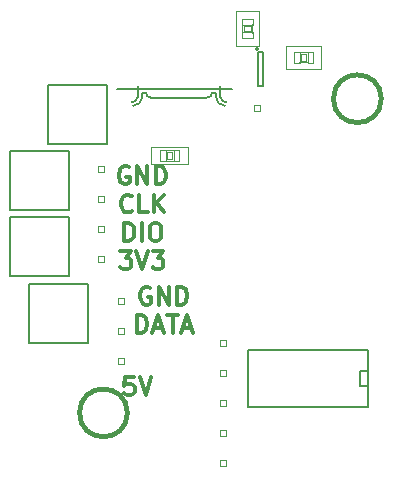
<source format=gbr>
%TF.GenerationSoftware,KiCad,Pcbnew,4.0.2+dfsg1-stable*%
%TF.CreationDate,2018-01-15T17:57:19-07:00*%
%TF.ProjectId,firefly2,66697265666C79322E6B696361645F70,rev?*%
%TF.FileFunction,Legend,Top*%
%FSLAX46Y46*%
G04 Gerber Fmt 4.6, Leading zero omitted, Abs format (unit mm)*
G04 Created by KiCad (PCBNEW 4.0.2+dfsg1-stable) date Mon 15 Jan 2018 05:57:19 PM MST*
%MOMM*%
G01*
G04 APERTURE LIST*
%ADD10C,0.100000*%
%ADD11C,0.300000*%
%ADD12C,0.066040*%
%ADD13C,0.150000*%
%ADD14C,0.127000*%
%ADD15C,0.050800*%
%ADD16C,0.101600*%
%ADD17C,0.450000*%
G04 APERTURE END LIST*
D10*
D11*
X153264287Y-74978571D02*
X152550001Y-74978571D01*
X152478572Y-75692857D01*
X152550001Y-75621429D01*
X152692858Y-75550000D01*
X153050001Y-75550000D01*
X153192858Y-75621429D01*
X153264287Y-75692857D01*
X153335715Y-75835714D01*
X153335715Y-76192857D01*
X153264287Y-76335714D01*
X153192858Y-76407143D01*
X153050001Y-76478571D01*
X152692858Y-76478571D01*
X152550001Y-76407143D01*
X152478572Y-76335714D01*
X153764286Y-74978571D02*
X154264286Y-76478571D01*
X154764286Y-74978571D01*
X154657143Y-67400000D02*
X154514286Y-67328571D01*
X154300000Y-67328571D01*
X154085715Y-67400000D01*
X153942857Y-67542857D01*
X153871429Y-67685714D01*
X153800000Y-67971429D01*
X153800000Y-68185714D01*
X153871429Y-68471429D01*
X153942857Y-68614286D01*
X154085715Y-68757143D01*
X154300000Y-68828571D01*
X154442857Y-68828571D01*
X154657143Y-68757143D01*
X154728572Y-68685714D01*
X154728572Y-68185714D01*
X154442857Y-68185714D01*
X155371429Y-68828571D02*
X155371429Y-67328571D01*
X156228572Y-68828571D01*
X156228572Y-67328571D01*
X156942858Y-68828571D02*
X156942858Y-67328571D01*
X157300001Y-67328571D01*
X157514286Y-67400000D01*
X157657144Y-67542857D01*
X157728572Y-67685714D01*
X157800001Y-67971429D01*
X157800001Y-68185714D01*
X157728572Y-68471429D01*
X157657144Y-68614286D01*
X157514286Y-68757143D01*
X157300001Y-68828571D01*
X156942858Y-68828571D01*
X153550001Y-71228571D02*
X153550001Y-69728571D01*
X153907144Y-69728571D01*
X154121429Y-69800000D01*
X154264287Y-69942857D01*
X154335715Y-70085714D01*
X154407144Y-70371429D01*
X154407144Y-70585714D01*
X154335715Y-70871429D01*
X154264287Y-71014286D01*
X154121429Y-71157143D01*
X153907144Y-71228571D01*
X153550001Y-71228571D01*
X154978572Y-70800000D02*
X155692858Y-70800000D01*
X154835715Y-71228571D02*
X155335715Y-69728571D01*
X155835715Y-71228571D01*
X156121429Y-69728571D02*
X156978572Y-69728571D01*
X156550001Y-71228571D02*
X156550001Y-69728571D01*
X157407143Y-70800000D02*
X158121429Y-70800000D01*
X157264286Y-71228571D02*
X157764286Y-69728571D01*
X158264286Y-71228571D01*
X152857143Y-57200000D02*
X152714286Y-57128571D01*
X152500000Y-57128571D01*
X152285715Y-57200000D01*
X152142857Y-57342857D01*
X152071429Y-57485714D01*
X152000000Y-57771429D01*
X152000000Y-57985714D01*
X152071429Y-58271429D01*
X152142857Y-58414286D01*
X152285715Y-58557143D01*
X152500000Y-58628571D01*
X152642857Y-58628571D01*
X152857143Y-58557143D01*
X152928572Y-58485714D01*
X152928572Y-57985714D01*
X152642857Y-57985714D01*
X153571429Y-58628571D02*
X153571429Y-57128571D01*
X154428572Y-58628571D01*
X154428572Y-57128571D01*
X155142858Y-58628571D02*
X155142858Y-57128571D01*
X155500001Y-57128571D01*
X155714286Y-57200000D01*
X155857144Y-57342857D01*
X155928572Y-57485714D01*
X156000001Y-57771429D01*
X156000001Y-57985714D01*
X155928572Y-58271429D01*
X155857144Y-58414286D01*
X155714286Y-58557143D01*
X155500001Y-58628571D01*
X155142858Y-58628571D01*
X153107143Y-60885714D02*
X153035714Y-60957143D01*
X152821428Y-61028571D01*
X152678571Y-61028571D01*
X152464286Y-60957143D01*
X152321428Y-60814286D01*
X152250000Y-60671429D01*
X152178571Y-60385714D01*
X152178571Y-60171429D01*
X152250000Y-59885714D01*
X152321428Y-59742857D01*
X152464286Y-59600000D01*
X152678571Y-59528571D01*
X152821428Y-59528571D01*
X153035714Y-59600000D01*
X153107143Y-59671429D01*
X154464286Y-61028571D02*
X153750000Y-61028571D01*
X153750000Y-59528571D01*
X154964286Y-61028571D02*
X154964286Y-59528571D01*
X155821429Y-61028571D02*
X155178572Y-60171429D01*
X155821429Y-59528571D02*
X154964286Y-60385714D01*
X152464286Y-63428571D02*
X152464286Y-61928571D01*
X152821429Y-61928571D01*
X153035714Y-62000000D01*
X153178572Y-62142857D01*
X153250000Y-62285714D01*
X153321429Y-62571429D01*
X153321429Y-62785714D01*
X153250000Y-63071429D01*
X153178572Y-63214286D01*
X153035714Y-63357143D01*
X152821429Y-63428571D01*
X152464286Y-63428571D01*
X153964286Y-63428571D02*
X153964286Y-61928571D01*
X154964286Y-61928571D02*
X155250000Y-61928571D01*
X155392858Y-62000000D01*
X155535715Y-62142857D01*
X155607143Y-62428571D01*
X155607143Y-62928571D01*
X155535715Y-63214286D01*
X155392858Y-63357143D01*
X155250000Y-63428571D01*
X154964286Y-63428571D01*
X154821429Y-63357143D01*
X154678572Y-63214286D01*
X154607143Y-62928571D01*
X154607143Y-62428571D01*
X154678572Y-62142857D01*
X154821429Y-62000000D01*
X154964286Y-61928571D01*
X152142858Y-64328571D02*
X153071429Y-64328571D01*
X152571429Y-64900000D01*
X152785715Y-64900000D01*
X152928572Y-64971429D01*
X153000001Y-65042857D01*
X153071429Y-65185714D01*
X153071429Y-65542857D01*
X153000001Y-65685714D01*
X152928572Y-65757143D01*
X152785715Y-65828571D01*
X152357143Y-65828571D01*
X152214286Y-65757143D01*
X152142858Y-65685714D01*
X153500000Y-64328571D02*
X154000000Y-65828571D01*
X154500000Y-64328571D01*
X154857143Y-64328571D02*
X155785714Y-64328571D01*
X155285714Y-64900000D01*
X155500000Y-64900000D01*
X155642857Y-64971429D01*
X155714286Y-65042857D01*
X155785714Y-65185714D01*
X155785714Y-65542857D01*
X155714286Y-65685714D01*
X155642857Y-65757143D01*
X155500000Y-65828571D01*
X155071428Y-65828571D01*
X154928571Y-65757143D01*
X154857143Y-65685714D01*
D12*
X152454000Y-68774000D02*
X152454000Y-68266000D01*
X152454000Y-68266000D02*
X151946000Y-68266000D01*
X151946000Y-68774000D02*
X151946000Y-68266000D01*
X152454000Y-68774000D02*
X151946000Y-68774000D01*
X152454000Y-71314000D02*
X152454000Y-70806000D01*
X152454000Y-70806000D02*
X151946000Y-70806000D01*
X151946000Y-71314000D02*
X151946000Y-70806000D01*
X152454000Y-71314000D02*
X151946000Y-71314000D01*
X152454000Y-73854000D02*
X152454000Y-73346000D01*
X152454000Y-73346000D02*
X151946000Y-73346000D01*
X151946000Y-73854000D02*
X151946000Y-73346000D01*
X152454000Y-73854000D02*
X151946000Y-73854000D01*
X160546000Y-82006000D02*
X160546000Y-82514000D01*
X160546000Y-82514000D02*
X161054000Y-82514000D01*
X161054000Y-82006000D02*
X161054000Y-82514000D01*
X160546000Y-82006000D02*
X161054000Y-82006000D01*
X160546000Y-79466000D02*
X160546000Y-79974000D01*
X160546000Y-79974000D02*
X161054000Y-79974000D01*
X161054000Y-79466000D02*
X161054000Y-79974000D01*
X160546000Y-79466000D02*
X161054000Y-79466000D01*
X160546000Y-76926000D02*
X160546000Y-77434000D01*
X160546000Y-77434000D02*
X161054000Y-77434000D01*
X161054000Y-76926000D02*
X161054000Y-77434000D01*
X160546000Y-76926000D02*
X161054000Y-76926000D01*
X160546000Y-74386000D02*
X160546000Y-74894000D01*
X160546000Y-74894000D02*
X161054000Y-74894000D01*
X161054000Y-74386000D02*
X161054000Y-74894000D01*
X160546000Y-74386000D02*
X161054000Y-74386000D01*
X160546000Y-71846000D02*
X160546000Y-72354000D01*
X160546000Y-72354000D02*
X161054000Y-72354000D01*
X161054000Y-71846000D02*
X161054000Y-72354000D01*
X160546000Y-71846000D02*
X161054000Y-71846000D01*
D13*
X162920000Y-77486000D02*
X162920000Y-72660000D01*
X162920000Y-72660000D02*
X173080000Y-72660000D01*
X173080000Y-72660000D02*
X173080000Y-77486000D01*
X173080000Y-77486000D02*
X162920000Y-77486000D01*
X173080000Y-75708000D02*
X172445000Y-75708000D01*
X172445000Y-75708000D02*
X172445000Y-74438000D01*
X172445000Y-74438000D02*
X173080000Y-74438000D01*
D14*
X153600000Y-50350000D02*
X153600000Y-51200000D01*
X153600000Y-51200000D02*
X153600000Y-51250000D01*
X160600000Y-50350000D02*
X160600000Y-51250000D01*
X151850000Y-50550000D02*
X161600000Y-50550000D01*
X153600000Y-51200000D02*
G75*
G02X153100000Y-51700000I-500000J0D01*
G01*
X153200000Y-52000000D02*
G75*
G03X154000000Y-51200000I0J800000D01*
G01*
X154000000Y-51200000D02*
X154000000Y-50900000D01*
X154000000Y-50900000D02*
X154300000Y-50900000D01*
X154300000Y-50900000D02*
G75*
G03X154700000Y-51300000I400000J0D01*
G01*
X160600000Y-50350000D02*
X160600000Y-51200000D01*
X160600000Y-51200000D02*
X160600000Y-51250000D01*
X160600000Y-51200000D02*
G75*
G03X161100000Y-51700000I500000J0D01*
G01*
X161000000Y-52000000D02*
G75*
G02X160200000Y-51200000I0J800000D01*
G01*
X160200000Y-51200000D02*
X160200000Y-50900000D01*
X160200000Y-50900000D02*
X159900000Y-50900000D01*
X159900000Y-50900000D02*
G75*
G02X159500000Y-51300000I-400000J0D01*
G01*
X154700000Y-51300000D02*
X159400000Y-51300000D01*
D12*
X162408020Y-44621566D02*
X162408020Y-45121946D01*
X162408020Y-45121946D02*
X163357980Y-45121946D01*
X163357980Y-44621566D02*
X163357980Y-45121946D01*
X162408020Y-44621566D02*
X163357980Y-44621566D01*
X162408020Y-45789966D02*
X162408020Y-46287806D01*
X162408020Y-46287806D02*
X163357980Y-46287806D01*
X163357980Y-45789966D02*
X163357980Y-46287806D01*
X162408020Y-45789966D02*
X163357980Y-45789966D01*
X162578200Y-45261646D02*
X162578200Y-45657886D01*
X162578200Y-45657886D02*
X163177640Y-45657886D01*
X163177640Y-45261646D02*
X163177640Y-45657886D01*
X162578200Y-45261646D02*
X163177640Y-45261646D01*
D15*
X163860900Y-43989106D02*
X163860900Y-46930426D01*
X163860900Y-46930426D02*
X161894940Y-46930426D01*
X161894940Y-46930426D02*
X161894940Y-43989106D01*
X161894940Y-43989106D02*
X163860900Y-43989106D01*
D16*
X163309720Y-45104166D02*
X163309720Y-45815366D01*
X162461360Y-45104166D02*
X162461360Y-45815366D01*
D12*
X168486560Y-47430100D02*
X167986180Y-47430100D01*
X167986180Y-47430100D02*
X167986180Y-48380060D01*
X168486560Y-48380060D02*
X167986180Y-48380060D01*
X168486560Y-47430100D02*
X168486560Y-48380060D01*
X167318160Y-47430100D02*
X166820320Y-47430100D01*
X166820320Y-47430100D02*
X166820320Y-48380060D01*
X167318160Y-48380060D02*
X166820320Y-48380060D01*
X167318160Y-47430100D02*
X167318160Y-48380060D01*
X167846480Y-47600280D02*
X167450240Y-47600280D01*
X167450240Y-47600280D02*
X167450240Y-48199720D01*
X167846480Y-48199720D02*
X167450240Y-48199720D01*
X167846480Y-47600280D02*
X167846480Y-48199720D01*
D15*
X169119020Y-48882980D02*
X166177700Y-48882980D01*
X166177700Y-48882980D02*
X166177700Y-46917020D01*
X166177700Y-46917020D02*
X169119020Y-46917020D01*
X169119020Y-46917020D02*
X169119020Y-48882980D01*
D16*
X168003960Y-48331800D02*
X167292760Y-48331800D01*
X168003960Y-47483440D02*
X167292760Y-47483440D01*
D14*
X146000640Y-50200640D02*
X146000640Y-55199360D01*
X146000640Y-55199360D02*
X150999360Y-55199360D01*
X150999360Y-55199360D02*
X150999360Y-50200640D01*
X150999360Y-50200640D02*
X146000640Y-50200640D01*
X142800640Y-55800640D02*
X142800640Y-60799360D01*
X142800640Y-60799360D02*
X147799360Y-60799360D01*
X147799360Y-60799360D02*
X147799360Y-55800640D01*
X147799360Y-55800640D02*
X142800640Y-55800640D01*
X142800640Y-61400640D02*
X142800640Y-66399360D01*
X142800640Y-66399360D02*
X147799360Y-66399360D01*
X147799360Y-66399360D02*
X147799360Y-61400640D01*
X147799360Y-61400640D02*
X142800640Y-61400640D01*
X144400640Y-67100640D02*
X144400640Y-72099360D01*
X144400640Y-72099360D02*
X149399360Y-72099360D01*
X149399360Y-72099360D02*
X149399360Y-67100640D01*
X149399360Y-67100640D02*
X144400640Y-67100640D01*
D12*
X150754000Y-57634000D02*
X150754000Y-57126000D01*
X150754000Y-57126000D02*
X150246000Y-57126000D01*
X150246000Y-57634000D02*
X150246000Y-57126000D01*
X150754000Y-57634000D02*
X150246000Y-57634000D01*
X150754000Y-60174000D02*
X150754000Y-59666000D01*
X150754000Y-59666000D02*
X150246000Y-59666000D01*
X150246000Y-60174000D02*
X150246000Y-59666000D01*
X150754000Y-60174000D02*
X150246000Y-60174000D01*
X150754000Y-62714000D02*
X150754000Y-62206000D01*
X150754000Y-62206000D02*
X150246000Y-62206000D01*
X150246000Y-62714000D02*
X150246000Y-62206000D01*
X150754000Y-62714000D02*
X150246000Y-62714000D01*
X150754000Y-65254000D02*
X150754000Y-64746000D01*
X150754000Y-64746000D02*
X150246000Y-64746000D01*
X150246000Y-65254000D02*
X150246000Y-64746000D01*
X150754000Y-65254000D02*
X150246000Y-65254000D01*
X163446000Y-52454000D02*
X163954000Y-52454000D01*
X163954000Y-52454000D02*
X163954000Y-51946000D01*
X163446000Y-51946000D02*
X163954000Y-51946000D01*
X163446000Y-52454000D02*
X163446000Y-51946000D01*
X157138200Y-55730100D02*
X156637820Y-55730100D01*
X156637820Y-55730100D02*
X156637820Y-56680060D01*
X157138200Y-56680060D02*
X156637820Y-56680060D01*
X157138200Y-55730100D02*
X157138200Y-56680060D01*
X155969800Y-55730100D02*
X155471960Y-55730100D01*
X155471960Y-55730100D02*
X155471960Y-56680060D01*
X155969800Y-56680060D02*
X155471960Y-56680060D01*
X155969800Y-55730100D02*
X155969800Y-56680060D01*
X156498120Y-55900280D02*
X156101880Y-55900280D01*
X156101880Y-55900280D02*
X156101880Y-56499720D01*
X156498120Y-56499720D02*
X156101880Y-56499720D01*
X156498120Y-55900280D02*
X156498120Y-56499720D01*
D16*
X156655600Y-56631800D02*
X155944400Y-56631800D01*
X156655600Y-55783440D02*
X155944400Y-55783440D01*
D15*
X157900200Y-56885800D02*
X154699800Y-56885800D01*
X154699800Y-56885800D02*
X154699800Y-55514200D01*
X154699800Y-55514200D02*
X157900200Y-55514200D01*
X157900200Y-55514200D02*
X157900200Y-56885800D01*
D13*
X163800000Y-47200000D02*
G75*
G03X163800000Y-47200000I-100000J0D01*
G01*
X164250000Y-47450000D02*
X163750000Y-47450000D01*
X164250000Y-50350000D02*
X164250000Y-47450000D01*
X163750000Y-50350000D02*
X164250000Y-50350000D01*
X163750000Y-47450000D02*
X163750000Y-50350000D01*
D17*
X152724253Y-78000000D02*
G75*
G03X152724253Y-78000000I-2024253J0D01*
G01*
X174224253Y-51400000D02*
G75*
G03X174224253Y-51400000I-2024253J0D01*
G01*
M02*

</source>
